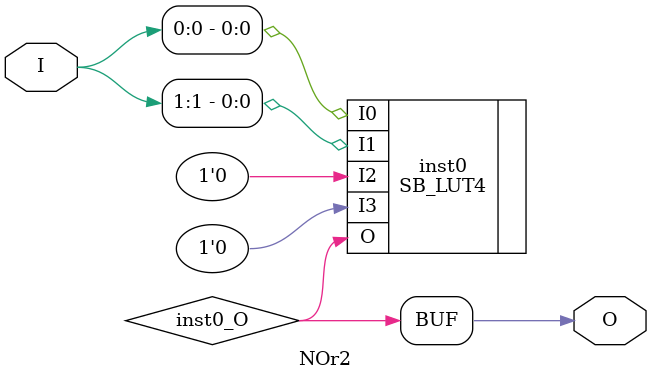
<source format=v>
module NOr2 (input [1:0] I, output  O);
wire  inst0_O;
SB_LUT4 #(.LUT_INIT(16'h1111)) inst0 (.I0(I[0]), .I1(I[1]), .I2(1'b0), .I3(1'b0), .O(inst0_O));
assign O = inst0_O;
endmodule


</source>
